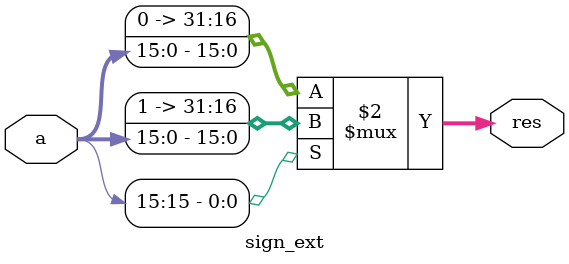
<source format=v>
`timescale 1ns / 1ps
module sign_ext(input [15:0] a,
					 output [31:0] res
    );
	assign res = a[15]==1?{16'hffff,a}:{16'h0,a};
endmodule

</source>
